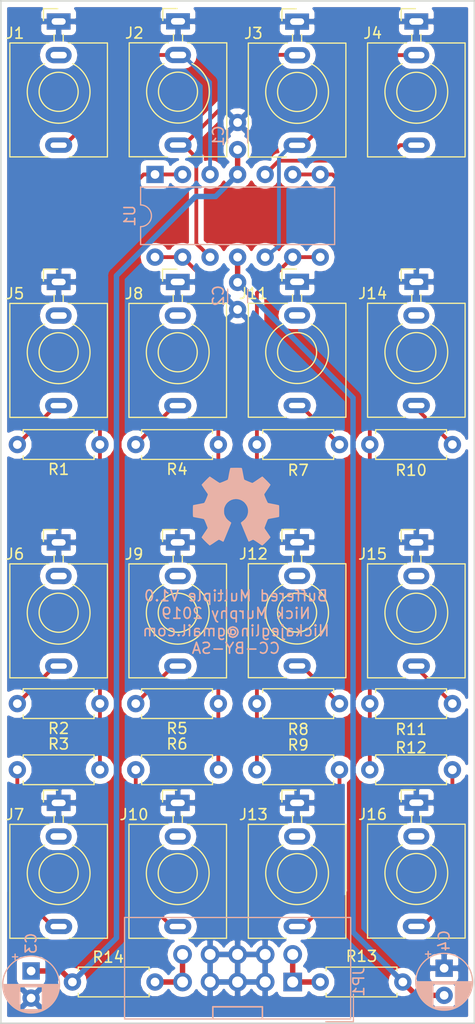
<source format=kicad_pcb>
(kicad_pcb (version 20171130) (host pcbnew "(5.0.1)-4")
  (layers (0 F.Cu signal) (31 B.Cu signal) (34 B.Paste user) (35 F.Paste user) (36 B.SilkS user) (37 F.SilkS user) (38 B.Mask user) (39 F.Mask user) (44 Edge.Cuts user))
  (net 0 "")
  (net 1 GND)
  (net 2 "Net-(J1-PadT)")
  (net 3 "Net-(J1-PadTN)")
  (net 4 "Net-(J2-PadT)")
  (net 5 "Net-(J3-PadT)")
  (net 6 "Net-(J4-PadT)")
  (net 7 "Net-(J5-PadTN)")
  (net 8 "Net-(J5-PadT)")
  (net 9 "Net-(J6-PadTN)")
  (net 10 "Net-(J6-PadT)")
  (net 11 "Net-(J7-PadTN)")
  (net 12 "Net-(J7-PadT)")
  (net 13 "Net-(J8-PadT)")
  (net 14 "Net-(J8-PadTN)")
  (net 15 "Net-(J9-PadTN)")
  (net 16 "Net-(J9-PadT)")
  (net 17 "Net-(J10-PadT)")
  (net 18 "Net-(J10-PadTN)")
  (net 19 "Net-(J11-PadTN)")
  (net 20 "Net-(J11-PadT)")
  (net 21 "Net-(J12-PadT)")
  (net 22 "Net-(J12-PadTN)")
  (net 23 "Net-(J13-PadTN)")
  (net 24 "Net-(J13-PadT)")
  (net 25 "Net-(J14-PadT)")
  (net 26 "Net-(J14-PadTN)")
  (net 27 "Net-(J15-PadT)")
  (net 28 "Net-(J15-PadTN)")
  (net 29 "Net-(J16-PadTN)")
  (net 30 "Net-(J16-PadT)")
  (net 31 "Net-(R1-Pad2)")
  (net 32 "Net-(R4-Pad2)")
  (net 33 "Net-(R7-Pad2)")
  (net 34 "Net-(R10-Pad2)")
  (net 35 +12V)
  (net 36 -12V)
  (net 37 "Net-(JP1-Pad1)")
  (net 38 "Net-(JP1-Pad10)")
  (module "Custom Parts:3.5mm_tip_switch_thonkiconn" (layer F.Cu) (at -169.374 -135.278)
    (fp_text reference J1 (at -4.03 1.08 180) (layer F.SilkS))
    (fp_text value IN1)
    (pad TN thru_hole oval (at 0 3.1 180) (size 2.4 1.5) (drill oval 1.5 0.6) (layers *.Cu *.Mask) (net 3 "Net-(J1-PadTN)"))
    (pad S thru_hole rect (at 0 0 180) (size 2.2 1.5) (drill oval 1.3 0.6) (layers *.Cu *.Mask) (net 1 GND))
    (pad T thru_hole oval (at 0 11.4 180) (size 2.5 1.4) (drill oval 1.5 0.5) (layers *.Cu *.Mask) (net 2 "Net-(J1-PadT)"))
  )
  (module Capacitor_THT:C_Disc_D3.0mm_W1.6mm_P2.50mm (layer B.Cu) (at -152.864 -123.467 90)
    (fp_text reference C1 (at 1.25 -1.778 90) (layer B.SilkS) (effects (justify mirror)))
    (fp_text value 0.1uF)
    (pad 1 thru_hole circle (at 0 0 90) (size 1.6 1.6) (drill 0.8) (layers *.Cu *.Mask) (net 35 +12V))
    (pad 2 thru_hole circle (at 2.5 0 90) (size 1.6 1.6) (drill 0.8) (layers *.Cu *.Mask) (net 1 GND))
  )
  (module Capacitor_THT:C_Disc_D3.0mm_W1.6mm_P2.50mm (layer B.Cu) (at -152.864 -108.735 90)
    (fp_text reference C2 (at 1.27 -1.778 90) (layer B.SilkS) (effects (justify mirror)))
    (fp_text value 0.1uF)
    (pad 2 thru_hole circle (at 2.5 0 90) (size 1.6 1.6) (drill 0.8) (layers *.Cu *.Mask) (net 36 -12V))
    (pad 1 thru_hole circle (at 0 0 90) (size 1.6 1.6) (drill 0.8) (layers *.Cu *.Mask) (net 1 GND))
  )
  (module Capacitor_THT:CP_Radial_D5.0mm_P2.50mm (layer B.Cu) (at -171.914 -47.775 270)
    (fp_text reference C3 (at -2.54 0 270) (layer B.SilkS) (effects (justify mirror)))
    (fp_text value 10uF)
    (pad 1 thru_hole rect (at 0 0 270) (size 1.6 1.6) (drill 0.8) (layers *.Cu *.Mask) (net 35 +12V))
    (pad 2 thru_hole circle (at 2.5 0 270) (size 1.6 1.6) (drill 0.8) (layers *.Cu *.Mask) (net 1 GND))
  )
  (module Capacitor_THT:CP_Radial_D5.0mm_P2.50mm (layer B.Cu) (at -133.814 -48.029 270)
    (fp_text reference C4 (at -2.54 0 270) (layer B.SilkS) (effects (justify mirror)))
    (fp_text value 10uF)
    (pad 2 thru_hole circle (at 2.5 0 270) (size 1.6 1.6) (drill 0.8) (layers *.Cu *.Mask) (net 36 -12V))
    (pad 1 thru_hole rect (at 0 0 270) (size 1.6 1.6) (drill 0.8) (layers *.Cu *.Mask) (net 1 GND))
  )
  (module "Custom Parts:3.5mm_tip_switch_thonkiconn" (layer F.Cu) (at -158.3631 -135.2907)
    (fp_text reference J2 (at -4.03 1.08 180) (layer F.SilkS))
    (fp_text value IN2)
    (pad TN thru_hole oval (at 0 3.1 180) (size 2.4 1.5) (drill oval 1.5 0.6) (layers *.Cu *.Mask) (net 2 "Net-(J1-PadT)"))
    (pad S thru_hole rect (at 0 0 180) (size 2.2 1.5) (drill oval 1.3 0.6) (layers *.Cu *.Mask) (net 1 GND))
    (pad T thru_hole oval (at 0 11.4 180) (size 2.5 1.4) (drill oval 1.5 0.5) (layers *.Cu *.Mask) (net 4 "Net-(J2-PadT)"))
  )
  (module "Custom Parts:3.5mm_tip_switch_thonkiconn" (layer F.Cu) (at -147.3776 -135.2653)
    (fp_text reference J3 (at -4.03 1.08 180) (layer F.SilkS))
    (fp_text value IN3)
    (pad TN thru_hole oval (at 0 3.1 180) (size 2.4 1.5) (drill oval 1.5 0.6) (layers *.Cu *.Mask) (net 4 "Net-(J2-PadT)"))
    (pad S thru_hole rect (at 0 0 180) (size 2.2 1.5) (drill oval 1.3 0.6) (layers *.Cu *.Mask) (net 1 GND))
    (pad T thru_hole oval (at 0 11.4 180) (size 2.5 1.4) (drill oval 1.5 0.5) (layers *.Cu *.Mask) (net 5 "Net-(J3-PadT)"))
  )
  (module "Custom Parts:3.5mm_tip_switch_thonkiconn" (layer F.Cu) (at -136.3794 -135.278)
    (fp_text reference J4 (at -4.03 1.08 180) (layer F.SilkS))
    (fp_text value IN4)
    (pad T thru_hole oval (at 0 11.4 180) (size 2.5 1.4) (drill oval 1.5 0.5) (layers *.Cu *.Mask) (net 6 "Net-(J4-PadT)"))
    (pad S thru_hole rect (at 0 0 180) (size 2.2 1.5) (drill oval 1.3 0.6) (layers *.Cu *.Mask) (net 1 GND))
    (pad TN thru_hole oval (at 0 3.1 180) (size 2.4 1.5) (drill oval 1.5 0.6) (layers *.Cu *.Mask) (net 5 "Net-(J3-PadT)"))
  )
  (module "Custom Parts:3.5mm_tip_switch_thonkiconn" (layer F.Cu) (at -169.374 -111.275)
    (fp_text reference J5 (at -4.03 1.08 180) (layer F.SilkS))
    (fp_text value OUT1)
    (pad T thru_hole oval (at 0 11.4 180) (size 2.5 1.4) (drill oval 1.5 0.5) (layers *.Cu *.Mask) (net 8 "Net-(J5-PadT)"))
    (pad S thru_hole rect (at 0 0 180) (size 2.2 1.5) (drill oval 1.3 0.6) (layers *.Cu *.Mask) (net 1 GND))
    (pad TN thru_hole oval (at 0 3.1 180) (size 2.4 1.5) (drill oval 1.5 0.6) (layers *.Cu *.Mask) (net 7 "Net-(J5-PadTN)"))
  )
  (module "Custom Parts:3.5mm_tip_switch_thonkiconn" (layer F.Cu) (at -169.374 -87.272)
    (fp_text reference J6 (at -4.03 1.08 180) (layer F.SilkS))
    (fp_text value OUT2)
    (pad T thru_hole oval (at 0 11.4 180) (size 2.5 1.4) (drill oval 1.5 0.5) (layers *.Cu *.Mask) (net 10 "Net-(J6-PadT)"))
    (pad S thru_hole rect (at 0 0 180) (size 2.2 1.5) (drill oval 1.3 0.6) (layers *.Cu *.Mask) (net 1 GND))
    (pad TN thru_hole oval (at 0 3.1 180) (size 2.4 1.5) (drill oval 1.5 0.6) (layers *.Cu *.Mask) (net 9 "Net-(J6-PadTN)"))
  )
  (module "Custom Parts:3.5mm_tip_switch_thonkiconn" (layer F.Cu) (at -169.374 -63.269)
    (fp_text reference J7 (at -4.03 1.08 180) (layer F.SilkS))
    (fp_text value OUT3)
    (pad T thru_hole oval (at 0 11.4 180) (size 2.5 1.4) (drill oval 1.5 0.5) (layers *.Cu *.Mask) (net 12 "Net-(J7-PadT)"))
    (pad S thru_hole rect (at 0 0 180) (size 2.2 1.5) (drill oval 1.3 0.6) (layers *.Cu *.Mask) (net 1 GND))
    (pad TN thru_hole oval (at 0 3.1 180) (size 2.4 1.5) (drill oval 1.5 0.6) (layers *.Cu *.Mask) (net 11 "Net-(J7-PadTN)"))
  )
  (module "Custom Parts:3.5mm_tip_switch_thonkiconn" (layer F.Cu) (at -158.3885 -111.275)
    (fp_text reference J8 (at -4.03 1.08 180) (layer F.SilkS))
    (fp_text value OUT1)
    (pad TN thru_hole oval (at 0 3.1 180) (size 2.4 1.5) (drill oval 1.5 0.6) (layers *.Cu *.Mask) (net 14 "Net-(J8-PadTN)"))
    (pad S thru_hole rect (at 0 0 180) (size 2.2 1.5) (drill oval 1.3 0.6) (layers *.Cu *.Mask) (net 1 GND))
    (pad T thru_hole oval (at 0 11.4 180) (size 2.5 1.4) (drill oval 1.5 0.5) (layers *.Cu *.Mask) (net 13 "Net-(J8-PadT)"))
  )
  (module "Custom Parts:3.5mm_tip_switch_thonkiconn" (layer F.Cu) (at -158.3885 -87.272)
    (fp_text reference J9 (at -4.03 1.08 180) (layer F.SilkS))
    (fp_text value OUT2)
    (pad T thru_hole oval (at 0 11.4 180) (size 2.5 1.4) (drill oval 1.5 0.5) (layers *.Cu *.Mask) (net 16 "Net-(J9-PadT)"))
    (pad S thru_hole rect (at 0 0 180) (size 2.2 1.5) (drill oval 1.3 0.6) (layers *.Cu *.Mask) (net 1 GND))
    (pad TN thru_hole oval (at 0 3.1 180) (size 2.4 1.5) (drill oval 1.5 0.6) (layers *.Cu *.Mask) (net 15 "Net-(J9-PadTN)"))
  )
  (module "Custom Parts:3.5mm_tip_switch_thonkiconn" (layer F.Cu) (at -158.3885 -63.269)
    (fp_text reference J10 (at -4.03 1.08 180) (layer F.SilkS))
    (fp_text value OUT3)
    (pad TN thru_hole oval (at 0 3.1 180) (size 2.4 1.5) (drill oval 1.5 0.6) (layers *.Cu *.Mask) (net 18 "Net-(J10-PadTN)"))
    (pad S thru_hole rect (at 0 0 180) (size 2.2 1.5) (drill oval 1.3 0.6) (layers *.Cu *.Mask) (net 1 GND))
    (pad T thru_hole oval (at 0 11.4 180) (size 2.5 1.4) (drill oval 1.5 0.5) (layers *.Cu *.Mask) (net 17 "Net-(J10-PadT)"))
  )
  (module "Custom Parts:3.5mm_tip_switch_thonkiconn" (layer F.Cu) (at -147.3776 -111.2877)
    (fp_text reference J11 (at -4.03 1.08 180) (layer F.SilkS))
    (fp_text value OUT1)
    (pad TN thru_hole oval (at 0 3.1 180) (size 2.4 1.5) (drill oval 1.5 0.6) (layers *.Cu *.Mask) (net 19 "Net-(J11-PadTN)"))
    (pad S thru_hole rect (at 0 0 180) (size 2.2 1.5) (drill oval 1.3 0.6) (layers *.Cu *.Mask) (net 1 GND))
    (pad T thru_hole oval (at 0 11.4 180) (size 2.5 1.4) (drill oval 1.5 0.5) (layers *.Cu *.Mask) (net 20 "Net-(J11-PadT)"))
  )
  (module "Custom Parts:3.5mm_tip_switch_thonkiconn" (layer F.Cu) (at -147.3776 -87.2847)
    (fp_text reference J12 (at -4.03 1.08 180) (layer F.SilkS))
    (fp_text value OUT2)
    (pad T thru_hole oval (at 0 11.4 180) (size 2.5 1.4) (drill oval 1.5 0.5) (layers *.Cu *.Mask) (net 21 "Net-(J12-PadT)"))
    (pad S thru_hole rect (at 0 0 180) (size 2.2 1.5) (drill oval 1.3 0.6) (layers *.Cu *.Mask) (net 1 GND))
    (pad TN thru_hole oval (at 0 3.1 180) (size 2.4 1.5) (drill oval 1.5 0.6) (layers *.Cu *.Mask) (net 22 "Net-(J12-PadTN)"))
  )
  (module "Custom Parts:3.5mm_tip_switch_thonkiconn" (layer F.Cu) (at -147.3776 -63.269)
    (fp_text reference J13 (at -4.03 1.08 180) (layer F.SilkS))
    (fp_text value OUT3)
    (pad TN thru_hole oval (at 0 3.1 180) (size 2.4 1.5) (drill oval 1.5 0.6) (layers *.Cu *.Mask) (net 23 "Net-(J13-PadTN)"))
    (pad S thru_hole rect (at 0 0 180) (size 2.2 1.5) (drill oval 1.3 0.6) (layers *.Cu *.Mask) (net 1 GND))
    (pad T thru_hole oval (at 0 11.4 180) (size 2.5 1.4) (drill oval 1.5 0.5) (layers *.Cu *.Mask) (net 24 "Net-(J13-PadT)"))
  )
  (module "Custom Parts:3.5mm_tip_switch_thonkiconn" (layer F.Cu) (at -136.3794 -111.2877)
    (fp_text reference J14 (at -4.03 1.08 180) (layer F.SilkS))
    (fp_text value OUT1)
    (pad T thru_hole oval (at 0 11.4 180) (size 2.5 1.4) (drill oval 1.5 0.5) (layers *.Cu *.Mask) (net 25 "Net-(J14-PadT)"))
    (pad S thru_hole rect (at 0 0 180) (size 2.2 1.5) (drill oval 1.3 0.6) (layers *.Cu *.Mask) (net 1 GND))
    (pad TN thru_hole oval (at 0 3.1 180) (size 2.4 1.5) (drill oval 1.5 0.6) (layers *.Cu *.Mask) (net 26 "Net-(J14-PadTN)"))
  )
  (module "Custom Parts:3.5mm_tip_switch_thonkiconn" (layer F.Cu) (at -136.3794 -87.272)
    (fp_text reference J15 (at -4.03 1.08 180) (layer F.SilkS))
    (fp_text value OUT2)
    (pad T thru_hole oval (at 0 11.4 180) (size 2.5 1.4) (drill oval 1.5 0.5) (layers *.Cu *.Mask) (net 27 "Net-(J15-PadT)"))
    (pad S thru_hole rect (at 0 0 180) (size 2.2 1.5) (drill oval 1.3 0.6) (layers *.Cu *.Mask) (net 1 GND))
    (pad TN thru_hole oval (at 0 3.1 180) (size 2.4 1.5) (drill oval 1.5 0.6) (layers *.Cu *.Mask) (net 28 "Net-(J15-PadTN)"))
  )
  (module "Custom Parts:3.5mm_tip_switch_thonkiconn" (layer F.Cu) (at -136.3794 -63.2817)
    (fp_text reference J16 (at -4.03 1.08 180) (layer F.SilkS))
    (fp_text value OUT3)
    (pad TN thru_hole oval (at 0 3.1 180) (size 2.4 1.5) (drill oval 1.5 0.6) (layers *.Cu *.Mask) (net 29 "Net-(J16-PadTN)"))
    (pad S thru_hole rect (at 0 0 180) (size 2.2 1.5) (drill oval 1.3 0.6) (layers *.Cu *.Mask) (net 1 GND))
    (pad T thru_hole oval (at 0 11.4 180) (size 2.5 1.4) (drill oval 1.5 0.5) (layers *.Cu *.Mask) (net 30 "Net-(J16-PadT)"))
  )
  (module Package_DIP:DIP-14_W7.62mm (layer B.Cu) (at -160.484 -121.181 270)
    (fp_text reference U1 (at 3.81 2.33 270) (layer B.SilkS) (effects (justify mirror)))
    (fp_text value TL074)
    (pad 1 thru_hole rect (at 0 0 270) (size 1.6 1.6) (drill 0.8) (layers *.Cu *.Mask) (net 31 "Net-(R1-Pad2)"))
    (pad 8 thru_hole oval (at 7.62 -15.24 270) (size 1.6 1.6) (drill 0.8) (layers *.Cu *.Mask) (net 33 "Net-(R7-Pad2)"))
    (pad 2 thru_hole oval (at 0 -2.54 270) (size 1.6 1.6) (drill 0.8) (layers *.Cu *.Mask) (net 31 "Net-(R1-Pad2)"))
    (pad 9 thru_hole oval (at 7.62 -12.7 270) (size 1.6 1.6) (drill 0.8) (layers *.Cu *.Mask) (net 33 "Net-(R7-Pad2)"))
    (pad 3 thru_hole oval (at 0 -5.08 270) (size 1.6 1.6) (drill 0.8) (layers *.Cu *.Mask) (net 2 "Net-(J1-PadT)"))
    (pad 10 thru_hole oval (at 7.62 -10.16 270) (size 1.6 1.6) (drill 0.8) (layers *.Cu *.Mask) (net 5 "Net-(J3-PadT)"))
    (pad 4 thru_hole oval (at 0 -7.62 270) (size 1.6 1.6) (drill 0.8) (layers *.Cu *.Mask) (net 35 +12V))
    (pad 11 thru_hole oval (at 7.62 -7.62 270) (size 1.6 1.6) (drill 0.8) (layers *.Cu *.Mask) (net 36 -12V))
    (pad 5 thru_hole oval (at 0 -10.16 270) (size 1.6 1.6) (drill 0.8) (layers *.Cu *.Mask) (net 6 "Net-(J4-PadT)"))
    (pad 12 thru_hole oval (at 7.62 -5.08 270) (size 1.6 1.6) (drill 0.8) (layers *.Cu *.Mask) (net 4 "Net-(J2-PadT)"))
    (pad 6 thru_hole oval (at 0 -12.7 270) (size 1.6 1.6) (drill 0.8) (layers *.Cu *.Mask) (net 34 "Net-(R10-Pad2)"))
    (pad 13 thru_hole oval (at 7.62 -2.54 270) (size 1.6 1.6) (drill 0.8) (layers *.Cu *.Mask) (net 32 "Net-(R4-Pad2)"))
    (pad 7 thru_hole oval (at 0 -15.24 270) (size 1.6 1.6) (drill 0.8) (layers *.Cu *.Mask) (net 34 "Net-(R10-Pad2)"))
    (pad 14 thru_hole oval (at 7.62 0 270) (size 1.6 1.6) (drill 0.8) (layers *.Cu *.Mask) (net 32 "Net-(R4-Pad2)"))
  )
  (module Connector_IDC:IDC-Header_2x05_P2.54mm_Vertical (layer B.Cu) (at -147.784 -46.759 90)
    (fp_text reference JP1 (at 0 6.096 90) (layer B.SilkS) (effects (justify mirror)))
    (fp_text value PWR)
    (pad 1 thru_hole rect (at 0 0 90) (size 1.7272 1.7272) (drill 1.016) (layers *.Cu *.Mask) (net 37 "Net-(JP1-Pad1)"))
    (pad 2 thru_hole oval (at 2.54 0 90) (size 1.7272 1.7272) (drill 1.016) (layers *.Cu *.Mask) (net 37 "Net-(JP1-Pad1)"))
    (pad 3 thru_hole oval (at 0 -2.54 90) (size 1.7272 1.7272) (drill 1.016) (layers *.Cu *.Mask) (net 1 GND))
    (pad 4 thru_hole oval (at 2.54 -2.54 90) (size 1.7272 1.7272) (drill 1.016) (layers *.Cu *.Mask) (net 1 GND))
    (pad 5 thru_hole oval (at 0 -5.08 90) (size 1.7272 1.7272) (drill 1.016) (layers *.Cu *.Mask) (net 1 GND))
    (pad 6 thru_hole oval (at 2.54 -5.08 90) (size 1.7272 1.7272) (drill 1.016) (layers *.Cu *.Mask) (net 1 GND))
    (pad 7 thru_hole oval (at 0 -7.62 90) (size 1.7272 1.7272) (drill 1.016) (layers *.Cu *.Mask) (net 1 GND))
    (pad 8 thru_hole oval (at 2.54 -7.62 90) (size 1.7272 1.7272) (drill 1.016) (layers *.Cu *.Mask) (net 1 GND))
    (pad 9 thru_hole oval (at 0 -10.16 90) (size 1.7272 1.7272) (drill 1.016) (layers *.Cu *.Mask) (net 38 "Net-(JP1-Pad10)"))
    (pad 10 thru_hole oval (at 2.54 -10.16 90) (size 1.7272 1.7272) (drill 1.016) (layers *.Cu *.Mask) (net 38 "Net-(JP1-Pad10)"))
  )
  (module Resistor_THT:R_Axial_DIN0207_L6.3mm_D2.5mm_P7.62mm_Horizontal (layer F.Cu) (at -173.184 -96.289)
    (fp_text reference R1 (at 3.81 2.286) (layer F.SilkS))
    (fp_text value 1k)
    (pad 2 thru_hole oval (at 7.62 0) (size 1.6 1.6) (drill 0.8) (layers *.Cu *.Mask) (net 31 "Net-(R1-Pad2)"))
    (pad 1 thru_hole circle (at 0 0) (size 1.6 1.6) (drill 0.8) (layers *.Cu *.Mask) (net 8 "Net-(J5-PadT)"))
  )
  (module Resistor_THT:R_Axial_DIN0207_L6.3mm_D2.5mm_P7.62mm_Horizontal (layer F.Cu) (at -173.184 -72.413)
    (fp_text reference R2 (at 3.81 2.286) (layer F.SilkS))
    (fp_text value 1k)
    (pad 1 thru_hole circle (at 0 0) (size 1.6 1.6) (drill 0.8) (layers *.Cu *.Mask) (net 10 "Net-(J6-PadT)"))
    (pad 2 thru_hole oval (at 7.62 0) (size 1.6 1.6) (drill 0.8) (layers *.Cu *.Mask) (net 31 "Net-(R1-Pad2)"))
  )
  (module Resistor_THT:R_Axial_DIN0207_L6.3mm_D2.5mm_P7.62mm_Horizontal (layer F.Cu) (at -173.184 -66.317)
    (fp_text reference R3 (at 3.81 -2.37) (layer F.SilkS))
    (fp_text value 1k)
    (pad 2 thru_hole oval (at 7.62 0) (size 1.6 1.6) (drill 0.8) (layers *.Cu *.Mask) (net 31 "Net-(R1-Pad2)"))
    (pad 1 thru_hole circle (at 0 0) (size 1.6 1.6) (drill 0.8) (layers *.Cu *.Mask) (net 12 "Net-(J7-PadT)"))
  )
  (module Resistor_THT:R_Axial_DIN0207_L6.3mm_D2.5mm_P7.62mm_Horizontal (layer F.Cu) (at -162.262 -96.289)
    (fp_text reference R4 (at 3.81 2.286) (layer F.SilkS))
    (fp_text value 1k)
    (pad 2 thru_hole oval (at 7.62 0) (size 1.6 1.6) (drill 0.8) (layers *.Cu *.Mask) (net 32 "Net-(R4-Pad2)"))
    (pad 1 thru_hole circle (at 0 0) (size 1.6 1.6) (drill 0.8) (layers *.Cu *.Mask) (net 13 "Net-(J8-PadT)"))
  )
  (module Resistor_THT:R_Axial_DIN0207_L6.3mm_D2.5mm_P7.62mm_Horizontal (layer F.Cu) (at -162.262 -72.413)
    (fp_text reference R5 (at 3.81 2.286) (layer F.SilkS))
    (fp_text value 1k)
    (pad 1 thru_hole circle (at 0 0) (size 1.6 1.6) (drill 0.8) (layers *.Cu *.Mask) (net 16 "Net-(J9-PadT)"))
    (pad 2 thru_hole oval (at 7.62 0) (size 1.6 1.6) (drill 0.8) (layers *.Cu *.Mask) (net 32 "Net-(R4-Pad2)"))
  )
  (module Resistor_THT:R_Axial_DIN0207_L6.3mm_D2.5mm_P7.62mm_Horizontal (layer F.Cu) (at -162.262 -66.317)
    (fp_text reference R6 (at 3.81 -2.37) (layer F.SilkS))
    (fp_text value 1k)
    (pad 2 thru_hole oval (at 7.62 0) (size 1.6 1.6) (drill 0.8) (layers *.Cu *.Mask) (net 32 "Net-(R4-Pad2)"))
    (pad 1 thru_hole circle (at 0 0) (size 1.6 1.6) (drill 0.8) (layers *.Cu *.Mask) (net 17 "Net-(J10-PadT)"))
  )
  (module Resistor_THT:R_Axial_DIN0207_L6.3mm_D2.5mm_P7.62mm_Horizontal (layer F.Cu) (at -143.466 -96.289 180)
    (fp_text reference R7 (at 3.81 -2.37 180) (layer F.SilkS))
    (fp_text value 1k)
    (pad 1 thru_hole circle (at 0 0 180) (size 1.6 1.6) (drill 0.8) (layers *.Cu *.Mask) (net 20 "Net-(J11-PadT)"))
    (pad 2 thru_hole oval (at 7.62 0 180) (size 1.6 1.6) (drill 0.8) (layers *.Cu *.Mask) (net 33 "Net-(R7-Pad2)"))
  )
  (module Resistor_THT:R_Axial_DIN0207_L6.3mm_D2.5mm_P7.62mm_Horizontal (layer F.Cu) (at -143.466 -72.413 180)
    (fp_text reference R8 (at 3.81 -2.37 180) (layer F.SilkS))
    (fp_text value 1k)
    (pad 2 thru_hole oval (at 7.62 0 180) (size 1.6 1.6) (drill 0.8) (layers *.Cu *.Mask) (net 33 "Net-(R7-Pad2)"))
    (pad 1 thru_hole circle (at 0 0 180) (size 1.6 1.6) (drill 0.8) (layers *.Cu *.Mask) (net 21 "Net-(J12-PadT)"))
  )
  (module Resistor_THT:R_Axial_DIN0207_L6.3mm_D2.5mm_P7.62mm_Horizontal (layer F.Cu) (at -143.466 -66.317 180)
    (fp_text reference R9 (at 3.81 2.286 180) (layer F.SilkS))
    (fp_text value 1k)
    (pad 1 thru_hole circle (at 0 0 180) (size 1.6 1.6) (drill 0.8) (layers *.Cu *.Mask) (net 24 "Net-(J13-PadT)"))
    (pad 2 thru_hole oval (at 7.62 0 180) (size 1.6 1.6) (drill 0.8) (layers *.Cu *.Mask) (net 33 "Net-(R7-Pad2)"))
  )
  (module Resistor_THT:R_Axial_DIN0207_L6.3mm_D2.5mm_P7.62mm_Horizontal (layer F.Cu) (at -133.052 -96.289 180)
    (fp_text reference R10 (at 3.81 -2.37 180) (layer F.SilkS))
    (fp_text value 1k)
    (pad 2 thru_hole oval (at 7.62 0 180) (size 1.6 1.6) (drill 0.8) (layers *.Cu *.Mask) (net 34 "Net-(R10-Pad2)"))
    (pad 1 thru_hole circle (at 0 0 180) (size 1.6 1.6) (drill 0.8) (layers *.Cu *.Mask) (net 25 "Net-(J14-PadT)"))
  )
  (module Resistor_THT:R_Axial_DIN0207_L6.3mm_D2.5mm_P7.62mm_Horizontal (layer F.Cu) (at -133.052 -72.413 180)
    (fp_text reference R11 (at 3.81 -2.37 180) (layer F.SilkS))
    (fp_text value 1k)
    (pad 1 thru_hole circle (at 0 0 180) (size 1.6 1.6) (drill 0.8) (layers *.Cu *.Mask) (net 27 "Net-(J15-PadT)"))
    (pad 2 thru_hole oval (at 7.62 0 180) (size 1.6 1.6) (drill 0.8) (layers *.Cu *.Mask) (net 34 "Net-(R10-Pad2)"))
  )
  (module Resistor_THT:R_Axial_DIN0207_L6.3mm_D2.5mm_P7.62mm_Horizontal (layer F.Cu) (at -133.052 -66.317 180)
    (fp_text reference R12 (at 3.81 2.032 180) (layer F.SilkS))
    (fp_text value 1k)
    (pad 1 thru_hole circle (at 0 0 180) (size 1.6 1.6) (drill 0.8) (layers *.Cu *.Mask) (net 30 "Net-(J16-PadT)"))
    (pad 2 thru_hole oval (at 7.62 0 180) (size 1.6 1.6) (drill 0.8) (layers *.Cu *.Mask) (net 34 "Net-(R10-Pad2)"))
  )
  (module Resistor_THT:R_Axial_DIN0207_L6.3mm_D2.5mm_P7.62mm_Horizontal (layer F.Cu) (at -145.244 -46.759)
    (fp_text reference R13 (at 3.81 -2.37) (layer F.SilkS))
    (fp_text value 10)
    (pad 1 thru_hole circle (at 0 0) (size 1.6 1.6) (drill 0.8) (layers *.Cu *.Mask) (net 37 "Net-(JP1-Pad1)"))
    (pad 2 thru_hole oval (at 7.62 0) (size 1.6 1.6) (drill 0.8) (layers *.Cu *.Mask) (net 36 -12V))
  )
  (module Resistor_THT:R_Axial_DIN0207_L6.3mm_D2.5mm_P7.62mm_Horizontal (layer F.Cu) (at -160.484 -46.759 180)
    (fp_text reference R14 (at 4.318 2.286 180) (layer F.SilkS))
    (fp_text value 10)
    (pad 2 thru_hole oval (at 7.62 0 180) (size 1.6 1.6) (drill 0.8) (layers *.Cu *.Mask) (net 35 +12V))
    (pad 1 thru_hole circle (at 0 0 180) (size 1.6 1.6) (drill 0.8) (layers *.Cu *.Mask) (net 38 "Net-(JP1-Pad10)"))
  )
  (module graphics:logo_openhardware (layer B.Cu) (at -152.9656 -90.5486 180)
    (fp_text reference G*** hide)
    (fp_text value LOGO hide)
  )
  (gr_text "Buffered Multiple V1.0\nNick Murphy 2019\nNickajeglin@gmail.com\nCC-BY-SA" (at -153.0164 -79.9314) (layer B.SilkS) (effects (font (size 1 1)) (justify mirror)))
  (gr_line (start -155.15 -44.473) (end -155.15 -43.457) (layer B.SilkS) (width 0.15))
  (gr_line (start -150.578 -44.473) (end -155.15 -44.473) (layer B.SilkS) (width 0.15))
  (gr_line (start -150.578 -43.457) (end -150.578 -44.473) (layer B.SilkS) (width 0.15))
  (gr_line (start -131.02 -137.183) (end -174.708 -137.183) (layer Edge.Cuts) (width 0.15))
  (gr_line (start -174.708 -137.183) (end -174.708 -42.949) (layer Edge.Cuts) (width 0.15))
  (gr_line (start -131.02 -42.949) (end -174.708 -42.949) (layer Edge.Cuts) (width 0.15))
  (gr_line (start -131.02 -137.183) (end -131.02 -42.949) (layer Edge.Cuts) (width 0.15))
  (segment (start -168.824 -123.878) (end -169.374 -123.878) (width 0.35) (layer F.Cu) (net 2))
  (segment (start -160.484 -132.1907) (end -168.824 -123.878) (width 0.35) (layer F.Cu) (net 2))
  (segment (start -158.3631 -132.1907) (end -160.484 -132.1907) (width 0.35) (layer F.Cu) (net 2))
  (segment (start -157.9131 -132.1907) (end -158.3631 -132.1907) (width 0.35) (layer B.Cu) (net 2))
  (segment (start -155.404 -129.6816) (end -157.9131 -132.1907) (width 0.35) (layer B.Cu) (net 2))
  (segment (start -155.404 -121.181) (end -155.404 -129.6816) (width 0.35) (layer B.Cu) (net 2))
  (segment (start -149.4731 -132.2034) (end -157.8131 -123.8907) (width 0.35) (layer F.Cu) (net 4))
  (segment (start -147.3522 -132.2034) (end -149.4731 -132.2034) (width 0.35) (layer F.Cu) (net 4))
  (segment (start -157.8131 -123.8907) (end -158.3631 -123.8907) (width 0.35) (layer B.Cu) (net 4))
  (segment (start -156.674 -122.705) (end -156.674 -114.7844) (width 0.35) (layer F.Cu) (net 4))
  (segment (start -158.3631 -123.8907) (end -157.8131 -123.8907) (width 0.35) (layer F.Cu) (net 4))
  (segment (start -157.8131 -123.8907) (end -156.674 -122.705) (width 0.35) (layer F.Cu) (net 4))
  (segment (start -156.203999 -114.360999) (end -155.404 -113.561) (width 0.35) (layer F.Cu) (net 4))
  (segment (start -156.674 -114.7844) (end -156.203999 -114.360999) (width 0.35) (layer F.Cu) (net 4))
  (segment (start -138.4876 -132.178) (end -146.8276 -123.8653) (width 0.35) (layer F.Cu) (net 5))
  (segment (start -136.3667 -132.178) (end -138.4876 -132.178) (width 0.35) (layer F.Cu) (net 5))
  (segment (start -150.324 -113.561) (end -149.054 -114.577) (width 0.35) (layer B.Cu) (net 5))
  (segment (start -147.9276 -123.8653) (end -147.3776 -123.8653) (width 0.35) (layer B.Cu) (net 5))
  (segment (start -149.054 -114.577) (end -149.054 -122.705) (width 0.35) (layer B.Cu) (net 5))
  (segment (start -149.054 -122.705) (end -147.9276 -123.8653) (width 0.35) (layer B.Cu) (net 5))
  (segment (start -149.524001 -121.980999) (end -150.324 -121.181) (width 0.35) (layer F.Cu) (net 6))
  (segment (start -139.3064 -122.451) (end -149.054 -122.451) (width 0.35) (layer F.Cu) (net 6))
  (segment (start -149.054 -122.451) (end -149.524001 -121.980999) (width 0.35) (layer F.Cu) (net 6))
  (segment (start -137.8794 -123.878) (end -139.3064 -122.451) (width 0.35) (layer F.Cu) (net 6))
  (segment (start -136.3794 -123.878) (end -137.8794 -123.878) (width 0.35) (layer F.Cu) (net 6))
  (segment (start -169.598 -99.875) (end -169.374 -99.875) (width 0.35) (layer F.Cu) (net 8))
  (segment (start -173.184 -96.289) (end -169.598 -99.875) (width 0.35) (layer F.Cu) (net 8))
  (segment (start -169.725 -75.872) (end -169.374 -75.872) (width 0.35) (layer F.Cu) (net 10))
  (segment (start -173.184 -72.413) (end -169.725 -75.872) (width 0.35) (layer F.Cu) (net 10))
  (segment (start -169.924 -51.869) (end -169.374 -51.869) (width 0.35) (layer F.Cu) (net 12))
  (segment (start -173.184 -55.129) (end -169.924 -51.869) (width 0.35) (layer F.Cu) (net 12))
  (segment (start -173.184 -66.317) (end -173.184 -55.129) (width 0.35) (layer F.Cu) (net 12))
  (segment (start -158.676 -99.875) (end -158.3885 -99.875) (width 0.35) (layer F.Cu) (net 13))
  (segment (start -162.262 -96.289) (end -158.676 -99.875) (width 0.35) (layer F.Cu) (net 13))
  (segment (start -158.803 -75.872) (end -158.3885 -75.872) (width 0.35) (layer F.Cu) (net 16))
  (segment (start -162.262 -72.413) (end -158.803 -75.872) (width 0.35) (layer F.Cu) (net 16))
  (segment (start -158.9385 -51.869) (end -158.3885 -51.869) (width 0.35) (layer F.Cu) (net 17))
  (segment (start -162.262 -55.1925) (end -158.9385 -51.869) (width 0.35) (layer F.Cu) (net 17))
  (segment (start -162.262 -66.317) (end -162.262 -55.1925) (width 0.35) (layer F.Cu) (net 17))
  (segment (start -147.0647 -99.8877) (end -147.3776 -99.8877) (width 0.35) (layer F.Cu) (net 20))
  (segment (start -143.466 -96.289) (end -147.0647 -99.8877) (width 0.35) (layer F.Cu) (net 20))
  (segment (start -146.9377 -75.8847) (end -147.3776 -75.8847) (width 0.35) (layer F.Cu) (net 21))
  (segment (start -143.466 -72.413) (end -146.9377 -75.8847) (width 0.35) (layer F.Cu) (net 21))
  (segment (start -146.8276 -51.869) (end -147.3776 -51.869) (width 0.35) (layer F.Cu) (net 24))
  (segment (start -143.466 -55.2306) (end -146.8276 -51.869) (width 0.35) (layer F.Cu) (net 24))
  (segment (start -143.466 -66.317) (end -143.466 -55.2306) (width 0.35) (layer F.Cu) (net 24))
  (segment (start -136.3794 -99.6164) (end -136.3794 -99.8877) (width 0.35) (layer F.Cu) (net 25))
  (segment (start -133.052 -96.289) (end -136.3794 -99.6164) (width 0.35) (layer F.Cu) (net 25))
  (segment (start -136.3794 -75.7404) (end -136.3794 -75.872) (width 0.35) (layer F.Cu) (net 27))
  (segment (start -133.052 -72.413) (end -136.3794 -75.7404) (width 0.35) (layer F.Cu) (net 27))
  (segment (start -135.8294 -51.8817) (end -136.3794 -51.8817) (width 0.35) (layer F.Cu) (net 30))
  (segment (start -133.052 -54.6591) (end -135.8294 -51.8817) (width 0.35) (layer F.Cu) (net 30))
  (segment (start -133.052 -66.317) (end -133.052 -54.6591) (width 0.35) (layer F.Cu) (net 30))
  (segment (start -165.564 -72.413) (end -165.564 -66.317) (width 0.35) (layer F.Cu) (net 31))
  (segment (start -165.564 -95.15763) (end -165.564 -72.413) (width 0.35) (layer F.Cu) (net 31))
  (segment (start -165.564 -96.289) (end -165.564 -95.15763) (width 0.35) (layer F.Cu) (net 31))
  (segment (start -159.434 -121.181) (end -157.944 -121.181) (width 0.35) (layer F.Cu) (net 31))
  (segment (start -160.484 -121.181) (end -159.434 -121.181) (width 0.35) (layer F.Cu) (net 31))
  (segment (start -161.534 -121.181) (end -165.564 -117.151) (width 0.35) (layer F.Cu) (net 31))
  (segment (start -160.484 -121.181) (end -161.534 -121.181) (width 0.35) (layer F.Cu) (net 31))
  (segment (start -165.564 -117.151) (end -165.564 -97.42037) (width 0.35) (layer F.Cu) (net 31))
  (segment (start -165.564 -97.42037) (end -165.564 -96.289) (width 0.35) (layer F.Cu) (net 31))
  (segment (start -154.642 -71.28163) (end -154.642 -66.317) (width 0.35) (layer F.Cu) (net 32))
  (segment (start -154.642 -72.413) (end -154.642 -71.28163) (width 0.35) (layer F.Cu) (net 32))
  (segment (start -154.642 -73.54437) (end -154.642 -96.289) (width 0.35) (layer F.Cu) (net 32))
  (segment (start -154.642 -72.413) (end -154.642 -73.54437) (width 0.35) (layer F.Cu) (net 32))
  (segment (start -159.35263 -113.561) (end -157.944 -113.561) (width 0.35) (layer F.Cu) (net 32))
  (segment (start -160.484 -113.561) (end -159.35263 -113.561) (width 0.35) (layer F.Cu) (net 32))
  (segment (start -157.944 -113.561) (end -154.642 -110.259) (width 0.35) (layer F.Cu) (net 32))
  (segment (start -154.642 -110.259) (end -154.642 -96.289) (width 0.35) (layer F.Cu) (net 32))
  (segment (start -151.086 -72.413) (end -151.086 -66.317) (width 0.35) (layer F.Cu) (net 33))
  (segment (start -151.086 -95.15763) (end -151.086 -72.413) (width 0.35) (layer F.Cu) (net 33))
  (segment (start -151.086 -96.289) (end -151.086 -95.15763) (width 0.35) (layer F.Cu) (net 33))
  (segment (start -146.65263 -113.561) (end -145.244 -113.561) (width 0.35) (layer F.Cu) (net 33))
  (segment (start -147.784 -113.561) (end -146.65263 -113.561) (width 0.35) (layer F.Cu) (net 33))
  (segment (start -151.086 -110.259) (end -151.086 -96.289) (width 0.35) (layer F.Cu) (net 33))
  (segment (start -147.784 -113.561) (end -151.086 -110.259) (width 0.35) (layer F.Cu) (net 33))
  (segment (start -146.65263 -121.181) (end -145.244 -121.181) (width 0.35) (layer F.Cu) (net 34))
  (segment (start -147.784 -121.181) (end -146.65263 -121.181) (width 0.35) (layer F.Cu) (net 34))
  (segment (start -140.672 -71.28163) (end -140.672 -66.317) (width 0.35) (layer F.Cu) (net 34))
  (segment (start -140.672 -72.413) (end -140.672 -71.28163) (width 0.35) (layer F.Cu) (net 34))
  (segment (start -140.672 -96.289) (end -140.672 -72.413) (width 0.35) (layer F.Cu) (net 34))
  (segment (start -140.672 -97.42037) (end -140.672 -96.289) (width 0.35) (layer F.Cu) (net 34))
  (segment (start -140.672 -117.74037) (end -140.672 -97.42037) (width 0.35) (layer F.Cu) (net 34))
  (segment (start -144.11263 -121.181) (end -140.672 -117.74037) (width 0.35) (layer F.Cu) (net 34))
  (segment (start -145.244 -121.181) (end -144.11263 -121.181) (width 0.35) (layer F.Cu) (net 34))
  (segment (start -169.12 -47.775) (end -168.104 -46.759) (width 0.5) (layer F.Cu) (net 35))
  (segment (start -171.914 -47.775) (end -169.12 -47.775) (width 0.5) (layer F.Cu) (net 35))
  (segment (start -152.864 -123.467) (end -152.864 -121.181) (width 0.5) (layer F.Cu) (net 35))
  (segment (start -168.104 -46.759) (end -164.04 -50.823) (width 0.5) (layer B.Cu) (net 35))
  (segment (start -164.04 -111.855002) (end -156.746002 -119.149) (width 0.5) (layer B.Cu) (net 35))
  (segment (start -164.04 -50.823) (end -164.04 -111.855002) (width 0.5) (layer B.Cu) (net 35))
  (segment (start -154.896 -119.149) (end -152.864 -121.181) (width 0.5) (layer B.Cu) (net 35))
  (segment (start -156.746002 -119.149) (end -154.896 -119.149) (width 0.5) (layer B.Cu) (net 35))
  (segment (start -136.394 -45.529) (end -133.814 -45.529) (width 0.5) (layer F.Cu) (net 36))
  (segment (start -137.624 -46.759) (end -136.394 -45.529) (width 0.5) (layer F.Cu) (net 36))
  (segment (start -152.864 -111.235) (end -152.864 -113.561) (width 0.5) (layer F.Cu) (net 36))
  (segment (start -152.064001 -110.435001) (end -152.864 -111.235) (width 0.5) (layer B.Cu) (net 36))
  (segment (start -142.215999 -100.586999) (end -152.064001 -110.435001) (width 0.5) (layer B.Cu) (net 36))
  (segment (start -142.215999 -51.350999) (end -142.215999 -100.586999) (width 0.5) (layer B.Cu) (net 36))
  (segment (start -137.624 -46.759) (end -142.215999 -51.350999) (width 0.5) (layer B.Cu) (net 36))
  (segment (start -145.244 -46.759) (end -147.784 -46.759) (width 0.5) (layer F.Cu) (net 37))
  (segment (start -147.784 -49.299) (end -147.784 -46.759) (width 0.5) (layer F.Cu) (net 37))
  (segment (start -157.944 -49.299) (end -157.944 -46.759) (width 0.5) (layer F.Cu) (net 38))
  (segment (start -160.484 -46.759) (end -157.944 -46.759) (width 0.5) (layer F.Cu) (net 38))
  (zone (net 1) (net_name GND) (layer F.Cu) (connect_pads (clearance 0.508)) (min_thickness 0.254) (fill yes (arc_segments 16) (thermal_gap 0.508) (thermal_bridge_width 0.508))
    (polygon (pts (xy -174.2 -43.457) (xy -131.528 -43.457) (xy -131.528 -136.675) (xy -174.2 -136.675)))
  )
  (zone (net 1) (net_name GND) (layer B.Cu) (connect_pads (clearance 0.508)) (min_thickness 0.254) (fill yes (arc_segments 16) (thermal_gap 0.508) (thermal_bridge_width 0.508))
    (polygon (pts (xy -174.2 -43.457) (xy -131.528 -43.457) (xy -131.528 -136.675) (xy -174.2 -136.675)))
  )
)
</source>
